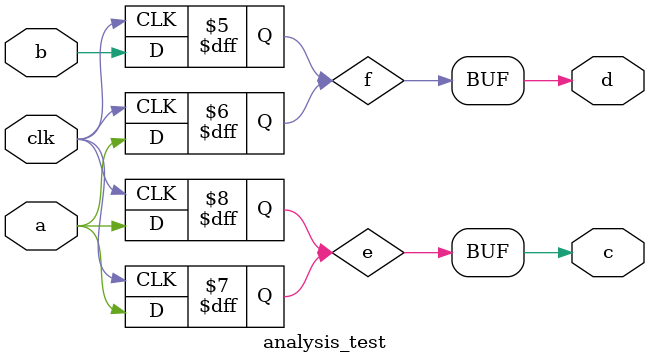
<source format=v>
module analysis_test(
    clk, a, b,
    c, d);
  input wire a;
  input wire b;
  input wire clk;
  output wire c;
  output wire d;

  reg e, f;

  assign c = e;
  assign d = f;


always@(posedge clk)
  e <= a;

always@(negedge clk)
  e <= a;

always@(posedge clk)
  f <= a;

always@(negedge clk)
  f <= b;

endmodule
</source>
